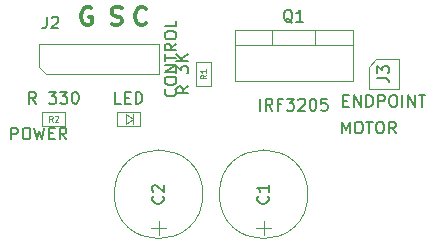
<source format=gbr>
G04 #@! TF.FileFunction,Other,Fab,Top*
%FSLAX46Y46*%
G04 Gerber Fmt 4.6, Leading zero omitted, Abs format (unit mm)*
G04 Created by KiCad (PCBNEW 4.0.7) date 12/09/17 19:49:49*
%MOMM*%
%LPD*%
G01*
G04 APERTURE LIST*
%ADD10C,0.100000*%
%ADD11C,0.300000*%
%ADD12C,0.150000*%
%ADD13C,0.075000*%
G04 APERTURE END LIST*
D10*
D11*
X146260286Y-101119714D02*
X146188857Y-101191143D01*
X145974571Y-101262571D01*
X145831714Y-101262571D01*
X145617429Y-101191143D01*
X145474571Y-101048286D01*
X145403143Y-100905429D01*
X145331714Y-100619714D01*
X145331714Y-100405429D01*
X145403143Y-100119714D01*
X145474571Y-99976857D01*
X145617429Y-99834000D01*
X145831714Y-99762571D01*
X145974571Y-99762571D01*
X146188857Y-99834000D01*
X146260286Y-99905429D01*
X141616857Y-99834000D02*
X141474000Y-99762571D01*
X141259714Y-99762571D01*
X141045429Y-99834000D01*
X140902571Y-99976857D01*
X140831143Y-100119714D01*
X140759714Y-100405429D01*
X140759714Y-100619714D01*
X140831143Y-100905429D01*
X140902571Y-101048286D01*
X141045429Y-101191143D01*
X141259714Y-101262571D01*
X141402571Y-101262571D01*
X141616857Y-101191143D01*
X141688286Y-101119714D01*
X141688286Y-100619714D01*
X141402571Y-100619714D01*
X143335429Y-101191143D02*
X143549715Y-101262571D01*
X143906858Y-101262571D01*
X144049715Y-101191143D01*
X144121144Y-101119714D01*
X144192572Y-100976857D01*
X144192572Y-100834000D01*
X144121144Y-100691143D01*
X144049715Y-100619714D01*
X143906858Y-100548286D01*
X143621144Y-100476857D01*
X143478286Y-100405429D01*
X143406858Y-100334000D01*
X143335429Y-100191143D01*
X143335429Y-100048286D01*
X143406858Y-99905429D01*
X143478286Y-99834000D01*
X143621144Y-99762571D01*
X143978286Y-99762571D01*
X144192572Y-99834000D01*
D10*
X159960000Y-115590000D02*
G75*
G03X159960000Y-115590000I-3750000J0D01*
G01*
X156210000Y-119040000D02*
X156210000Y-117840000D01*
X155560000Y-118440000D02*
X156860000Y-118440000D01*
X151070000Y-115590000D02*
G75*
G03X151070000Y-115590000I-3750000J0D01*
G01*
X147320000Y-119040000D02*
X147320000Y-117840000D01*
X146670000Y-118440000D02*
X147970000Y-118440000D01*
X145180000Y-109620000D02*
X145180000Y-108820000D01*
X145180000Y-109220000D02*
X144580000Y-109620000D01*
X144580000Y-108820000D02*
X145180000Y-109220000D01*
X144580000Y-109620000D02*
X144580000Y-108820000D01*
X145780000Y-108600000D02*
X145780000Y-109840000D01*
X143780000Y-108600000D02*
X145780000Y-108600000D01*
X143780000Y-109840000D02*
X143780000Y-108600000D01*
X145780000Y-109840000D02*
X143780000Y-109840000D01*
X137160000Y-104775000D02*
X137160000Y-102870000D01*
X137160000Y-102870000D02*
X147320000Y-102870000D01*
X147320000Y-102870000D02*
X147320000Y-105410000D01*
X147320000Y-105410000D02*
X137795000Y-105410000D01*
X137795000Y-105410000D02*
X137160000Y-104775000D01*
X165735000Y-104140000D02*
X167640000Y-104140000D01*
X167640000Y-104140000D02*
X167640000Y-106680000D01*
X167640000Y-106680000D02*
X165100000Y-106680000D01*
X165100000Y-106680000D02*
X165100000Y-104775000D01*
X165100000Y-104775000D02*
X165735000Y-104140000D01*
X153750000Y-101640000D02*
X153750000Y-106040000D01*
X153750000Y-106040000D02*
X163750000Y-106040000D01*
X163750000Y-106040000D02*
X163750000Y-101640000D01*
X163750000Y-101640000D02*
X153750000Y-101640000D01*
X153750000Y-102910000D02*
X163750000Y-102910000D01*
X156900000Y-101640000D02*
X156900000Y-102910000D01*
X160600000Y-101640000D02*
X160600000Y-102910000D01*
X150510000Y-104410000D02*
X151750000Y-104410000D01*
X150510000Y-106410000D02*
X150510000Y-104410000D01*
X151750000Y-106410000D02*
X150510000Y-106410000D01*
X151750000Y-104410000D02*
X151750000Y-106410000D01*
X139430000Y-108600000D02*
X139430000Y-109840000D01*
X137430000Y-108600000D02*
X139430000Y-108600000D01*
X137430000Y-109840000D02*
X137430000Y-108600000D01*
X139430000Y-109840000D02*
X137430000Y-109840000D01*
D12*
X156567143Y-115756666D02*
X156614762Y-115804285D01*
X156662381Y-115947142D01*
X156662381Y-116042380D01*
X156614762Y-116185238D01*
X156519524Y-116280476D01*
X156424286Y-116328095D01*
X156233810Y-116375714D01*
X156090952Y-116375714D01*
X155900476Y-116328095D01*
X155805238Y-116280476D01*
X155710000Y-116185238D01*
X155662381Y-116042380D01*
X155662381Y-115947142D01*
X155710000Y-115804285D01*
X155757619Y-115756666D01*
X156662381Y-114804285D02*
X156662381Y-115375714D01*
X156662381Y-115090000D02*
X155662381Y-115090000D01*
X155805238Y-115185238D01*
X155900476Y-115280476D01*
X155948095Y-115375714D01*
X147677143Y-115756666D02*
X147724762Y-115804285D01*
X147772381Y-115947142D01*
X147772381Y-116042380D01*
X147724762Y-116185238D01*
X147629524Y-116280476D01*
X147534286Y-116328095D01*
X147343810Y-116375714D01*
X147200952Y-116375714D01*
X147010476Y-116328095D01*
X146915238Y-116280476D01*
X146820000Y-116185238D01*
X146772381Y-116042380D01*
X146772381Y-115947142D01*
X146820000Y-115804285D01*
X146867619Y-115756666D01*
X146867619Y-115375714D02*
X146820000Y-115328095D01*
X146772381Y-115232857D01*
X146772381Y-114994761D01*
X146820000Y-114899523D01*
X146867619Y-114851904D01*
X146962857Y-114804285D01*
X147058095Y-114804285D01*
X147200952Y-114851904D01*
X147772381Y-115423333D01*
X147772381Y-114804285D01*
X144137143Y-107922381D02*
X143660952Y-107922381D01*
X143660952Y-106922381D01*
X144470476Y-107398571D02*
X144803810Y-107398571D01*
X144946667Y-107922381D02*
X144470476Y-107922381D01*
X144470476Y-106922381D01*
X144946667Y-106922381D01*
X145375238Y-107922381D02*
X145375238Y-106922381D01*
X145613333Y-106922381D01*
X145756191Y-106970000D01*
X145851429Y-107065238D01*
X145899048Y-107160476D01*
X145946667Y-107350952D01*
X145946667Y-107493810D01*
X145899048Y-107684286D01*
X145851429Y-107779524D01*
X145756191Y-107874762D01*
X145613333Y-107922381D01*
X145375238Y-107922381D01*
X134850476Y-110942381D02*
X134850476Y-109942381D01*
X135231429Y-109942381D01*
X135326667Y-109990000D01*
X135374286Y-110037619D01*
X135421905Y-110132857D01*
X135421905Y-110275714D01*
X135374286Y-110370952D01*
X135326667Y-110418571D01*
X135231429Y-110466190D01*
X134850476Y-110466190D01*
X136040952Y-109942381D02*
X136231429Y-109942381D01*
X136326667Y-109990000D01*
X136421905Y-110085238D01*
X136469524Y-110275714D01*
X136469524Y-110609048D01*
X136421905Y-110799524D01*
X136326667Y-110894762D01*
X136231429Y-110942381D01*
X136040952Y-110942381D01*
X135945714Y-110894762D01*
X135850476Y-110799524D01*
X135802857Y-110609048D01*
X135802857Y-110275714D01*
X135850476Y-110085238D01*
X135945714Y-109990000D01*
X136040952Y-109942381D01*
X136802857Y-109942381D02*
X137040952Y-110942381D01*
X137231429Y-110228095D01*
X137421905Y-110942381D01*
X137660000Y-109942381D01*
X138040952Y-110418571D02*
X138374286Y-110418571D01*
X138517143Y-110942381D02*
X138040952Y-110942381D01*
X138040952Y-109942381D01*
X138517143Y-109942381D01*
X139517143Y-110942381D02*
X139183809Y-110466190D01*
X138945714Y-110942381D02*
X138945714Y-109942381D01*
X139326667Y-109942381D01*
X139421905Y-109990000D01*
X139469524Y-110037619D01*
X139517143Y-110132857D01*
X139517143Y-110275714D01*
X139469524Y-110370952D01*
X139421905Y-110418571D01*
X139326667Y-110466190D01*
X138945714Y-110466190D01*
X148737143Y-106687619D02*
X148784762Y-106735238D01*
X148832381Y-106878095D01*
X148832381Y-106973333D01*
X148784762Y-107116191D01*
X148689524Y-107211429D01*
X148594286Y-107259048D01*
X148403810Y-107306667D01*
X148260952Y-107306667D01*
X148070476Y-107259048D01*
X147975238Y-107211429D01*
X147880000Y-107116191D01*
X147832381Y-106973333D01*
X147832381Y-106878095D01*
X147880000Y-106735238D01*
X147927619Y-106687619D01*
X147832381Y-106068572D02*
X147832381Y-105878095D01*
X147880000Y-105782857D01*
X147975238Y-105687619D01*
X148165714Y-105640000D01*
X148499048Y-105640000D01*
X148689524Y-105687619D01*
X148784762Y-105782857D01*
X148832381Y-105878095D01*
X148832381Y-106068572D01*
X148784762Y-106163810D01*
X148689524Y-106259048D01*
X148499048Y-106306667D01*
X148165714Y-106306667D01*
X147975238Y-106259048D01*
X147880000Y-106163810D01*
X147832381Y-106068572D01*
X148832381Y-105211429D02*
X147832381Y-105211429D01*
X148832381Y-104640000D01*
X147832381Y-104640000D01*
X147832381Y-104306667D02*
X147832381Y-103735238D01*
X148832381Y-104020953D02*
X147832381Y-104020953D01*
X148832381Y-102830476D02*
X148356190Y-103163810D01*
X148832381Y-103401905D02*
X147832381Y-103401905D01*
X147832381Y-103020952D01*
X147880000Y-102925714D01*
X147927619Y-102878095D01*
X148022857Y-102830476D01*
X148165714Y-102830476D01*
X148260952Y-102878095D01*
X148308571Y-102925714D01*
X148356190Y-103020952D01*
X148356190Y-103401905D01*
X147832381Y-102211429D02*
X147832381Y-102020952D01*
X147880000Y-101925714D01*
X147975238Y-101830476D01*
X148165714Y-101782857D01*
X148499048Y-101782857D01*
X148689524Y-101830476D01*
X148784762Y-101925714D01*
X148832381Y-102020952D01*
X148832381Y-102211429D01*
X148784762Y-102306667D01*
X148689524Y-102401905D01*
X148499048Y-102449524D01*
X148165714Y-102449524D01*
X147975238Y-102401905D01*
X147880000Y-102306667D01*
X147832381Y-102211429D01*
X148832381Y-100878095D02*
X148832381Y-101354286D01*
X147832381Y-101354286D01*
X137842667Y-100544381D02*
X137842667Y-101258667D01*
X137795047Y-101401524D01*
X137699809Y-101496762D01*
X137556952Y-101544381D01*
X137461714Y-101544381D01*
X138271238Y-100639619D02*
X138318857Y-100592000D01*
X138414095Y-100544381D01*
X138652191Y-100544381D01*
X138747429Y-100592000D01*
X138795048Y-100639619D01*
X138842667Y-100734857D01*
X138842667Y-100830095D01*
X138795048Y-100972952D01*
X138223619Y-101544381D01*
X138842667Y-101544381D01*
X162965238Y-107668571D02*
X163298572Y-107668571D01*
X163441429Y-108192381D02*
X162965238Y-108192381D01*
X162965238Y-107192381D01*
X163441429Y-107192381D01*
X163870000Y-108192381D02*
X163870000Y-107192381D01*
X164441429Y-108192381D01*
X164441429Y-107192381D01*
X164917619Y-108192381D02*
X164917619Y-107192381D01*
X165155714Y-107192381D01*
X165298572Y-107240000D01*
X165393810Y-107335238D01*
X165441429Y-107430476D01*
X165489048Y-107620952D01*
X165489048Y-107763810D01*
X165441429Y-107954286D01*
X165393810Y-108049524D01*
X165298572Y-108144762D01*
X165155714Y-108192381D01*
X164917619Y-108192381D01*
X165917619Y-108192381D02*
X165917619Y-107192381D01*
X166298572Y-107192381D01*
X166393810Y-107240000D01*
X166441429Y-107287619D01*
X166489048Y-107382857D01*
X166489048Y-107525714D01*
X166441429Y-107620952D01*
X166393810Y-107668571D01*
X166298572Y-107716190D01*
X165917619Y-107716190D01*
X167108095Y-107192381D02*
X167298572Y-107192381D01*
X167393810Y-107240000D01*
X167489048Y-107335238D01*
X167536667Y-107525714D01*
X167536667Y-107859048D01*
X167489048Y-108049524D01*
X167393810Y-108144762D01*
X167298572Y-108192381D01*
X167108095Y-108192381D01*
X167012857Y-108144762D01*
X166917619Y-108049524D01*
X166870000Y-107859048D01*
X166870000Y-107525714D01*
X166917619Y-107335238D01*
X167012857Y-107240000D01*
X167108095Y-107192381D01*
X167965238Y-108192381D02*
X167965238Y-107192381D01*
X168441428Y-108192381D02*
X168441428Y-107192381D01*
X169012857Y-108192381D01*
X169012857Y-107192381D01*
X169346190Y-107192381D02*
X169917619Y-107192381D01*
X169631904Y-108192381D02*
X169631904Y-107192381D01*
X165822381Y-105743333D02*
X166536667Y-105743333D01*
X166679524Y-105790953D01*
X166774762Y-105886191D01*
X166822381Y-106029048D01*
X166822381Y-106124286D01*
X165822381Y-105362381D02*
X165822381Y-104743333D01*
X166203333Y-105076667D01*
X166203333Y-104933809D01*
X166250952Y-104838571D01*
X166298571Y-104790952D01*
X166393810Y-104743333D01*
X166631905Y-104743333D01*
X166727143Y-104790952D01*
X166774762Y-104838571D01*
X166822381Y-104933809D01*
X166822381Y-105219524D01*
X166774762Y-105314762D01*
X166727143Y-105362381D01*
X162838095Y-110434381D02*
X162838095Y-109434381D01*
X163171429Y-110148667D01*
X163504762Y-109434381D01*
X163504762Y-110434381D01*
X164171428Y-109434381D02*
X164361905Y-109434381D01*
X164457143Y-109482000D01*
X164552381Y-109577238D01*
X164600000Y-109767714D01*
X164600000Y-110101048D01*
X164552381Y-110291524D01*
X164457143Y-110386762D01*
X164361905Y-110434381D01*
X164171428Y-110434381D01*
X164076190Y-110386762D01*
X163980952Y-110291524D01*
X163933333Y-110101048D01*
X163933333Y-109767714D01*
X163980952Y-109577238D01*
X164076190Y-109482000D01*
X164171428Y-109434381D01*
X164885714Y-109434381D02*
X165457143Y-109434381D01*
X165171428Y-110434381D02*
X165171428Y-109434381D01*
X165980952Y-109434381D02*
X166171429Y-109434381D01*
X166266667Y-109482000D01*
X166361905Y-109577238D01*
X166409524Y-109767714D01*
X166409524Y-110101048D01*
X166361905Y-110291524D01*
X166266667Y-110386762D01*
X166171429Y-110434381D01*
X165980952Y-110434381D01*
X165885714Y-110386762D01*
X165790476Y-110291524D01*
X165742857Y-110101048D01*
X165742857Y-109767714D01*
X165790476Y-109577238D01*
X165885714Y-109482000D01*
X165980952Y-109434381D01*
X167409524Y-110434381D02*
X167076190Y-109958190D01*
X166838095Y-110434381D02*
X166838095Y-109434381D01*
X167219048Y-109434381D01*
X167314286Y-109482000D01*
X167361905Y-109529619D01*
X167409524Y-109624857D01*
X167409524Y-109767714D01*
X167361905Y-109862952D01*
X167314286Y-109910571D01*
X167219048Y-109958190D01*
X166838095Y-109958190D01*
X155916667Y-108512381D02*
X155916667Y-107512381D01*
X156964286Y-108512381D02*
X156630952Y-108036190D01*
X156392857Y-108512381D02*
X156392857Y-107512381D01*
X156773810Y-107512381D01*
X156869048Y-107560000D01*
X156916667Y-107607619D01*
X156964286Y-107702857D01*
X156964286Y-107845714D01*
X156916667Y-107940952D01*
X156869048Y-107988571D01*
X156773810Y-108036190D01*
X156392857Y-108036190D01*
X157726191Y-107988571D02*
X157392857Y-107988571D01*
X157392857Y-108512381D02*
X157392857Y-107512381D01*
X157869048Y-107512381D01*
X158154762Y-107512381D02*
X158773810Y-107512381D01*
X158440476Y-107893333D01*
X158583334Y-107893333D01*
X158678572Y-107940952D01*
X158726191Y-107988571D01*
X158773810Y-108083810D01*
X158773810Y-108321905D01*
X158726191Y-108417143D01*
X158678572Y-108464762D01*
X158583334Y-108512381D01*
X158297619Y-108512381D01*
X158202381Y-108464762D01*
X158154762Y-108417143D01*
X159154762Y-107607619D02*
X159202381Y-107560000D01*
X159297619Y-107512381D01*
X159535715Y-107512381D01*
X159630953Y-107560000D01*
X159678572Y-107607619D01*
X159726191Y-107702857D01*
X159726191Y-107798095D01*
X159678572Y-107940952D01*
X159107143Y-108512381D01*
X159726191Y-108512381D01*
X160345238Y-107512381D02*
X160440477Y-107512381D01*
X160535715Y-107560000D01*
X160583334Y-107607619D01*
X160630953Y-107702857D01*
X160678572Y-107893333D01*
X160678572Y-108131429D01*
X160630953Y-108321905D01*
X160583334Y-108417143D01*
X160535715Y-108464762D01*
X160440477Y-108512381D01*
X160345238Y-108512381D01*
X160250000Y-108464762D01*
X160202381Y-108417143D01*
X160154762Y-108321905D01*
X160107143Y-108131429D01*
X160107143Y-107893333D01*
X160154762Y-107702857D01*
X160202381Y-107607619D01*
X160250000Y-107560000D01*
X160345238Y-107512381D01*
X161583334Y-107512381D02*
X161107143Y-107512381D01*
X161059524Y-107988571D01*
X161107143Y-107940952D01*
X161202381Y-107893333D01*
X161440477Y-107893333D01*
X161535715Y-107940952D01*
X161583334Y-107988571D01*
X161630953Y-108083810D01*
X161630953Y-108321905D01*
X161583334Y-108417143D01*
X161535715Y-108464762D01*
X161440477Y-108512381D01*
X161202381Y-108512381D01*
X161107143Y-108464762D01*
X161059524Y-108417143D01*
X158654762Y-101067619D02*
X158559524Y-101020000D01*
X158464286Y-100924762D01*
X158321429Y-100781905D01*
X158226190Y-100734286D01*
X158130952Y-100734286D01*
X158178571Y-100972381D02*
X158083333Y-100924762D01*
X157988095Y-100829524D01*
X157940476Y-100639048D01*
X157940476Y-100305714D01*
X157988095Y-100115238D01*
X158083333Y-100020000D01*
X158178571Y-99972381D01*
X158369048Y-99972381D01*
X158464286Y-100020000D01*
X158559524Y-100115238D01*
X158607143Y-100305714D01*
X158607143Y-100639048D01*
X158559524Y-100829524D01*
X158464286Y-100924762D01*
X158369048Y-100972381D01*
X158178571Y-100972381D01*
X159559524Y-100972381D02*
X158988095Y-100972381D01*
X159273809Y-100972381D02*
X159273809Y-99972381D01*
X159178571Y-100115238D01*
X159083333Y-100210476D01*
X158988095Y-100258095D01*
X149832381Y-106457619D02*
X149356190Y-106790953D01*
X149832381Y-107029048D02*
X148832381Y-107029048D01*
X148832381Y-106648095D01*
X148880000Y-106552857D01*
X148927619Y-106505238D01*
X149022857Y-106457619D01*
X149165714Y-106457619D01*
X149260952Y-106505238D01*
X149308571Y-106552857D01*
X149356190Y-106648095D01*
X149356190Y-107029048D01*
X148832381Y-105362381D02*
X148832381Y-104743333D01*
X149213333Y-105076667D01*
X149213333Y-104933809D01*
X149260952Y-104838571D01*
X149308571Y-104790952D01*
X149403810Y-104743333D01*
X149641905Y-104743333D01*
X149737143Y-104790952D01*
X149784762Y-104838571D01*
X149832381Y-104933809D01*
X149832381Y-105219524D01*
X149784762Y-105314762D01*
X149737143Y-105362381D01*
X149832381Y-104314762D02*
X148832381Y-104314762D01*
X149832381Y-103743333D02*
X149260952Y-104171905D01*
X148832381Y-103743333D02*
X149403810Y-104314762D01*
D13*
X151356190Y-105493333D02*
X151118095Y-105660000D01*
X151356190Y-105779047D02*
X150856190Y-105779047D01*
X150856190Y-105588571D01*
X150880000Y-105540952D01*
X150903810Y-105517143D01*
X150951429Y-105493333D01*
X151022857Y-105493333D01*
X151070476Y-105517143D01*
X151094286Y-105540952D01*
X151118095Y-105588571D01*
X151118095Y-105779047D01*
X151356190Y-105017143D02*
X151356190Y-105302857D01*
X151356190Y-105160000D02*
X150856190Y-105160000D01*
X150927619Y-105207619D01*
X150975238Y-105255238D01*
X150999048Y-105302857D01*
D12*
X136930000Y-107922381D02*
X136596666Y-107446190D01*
X136358571Y-107922381D02*
X136358571Y-106922381D01*
X136739524Y-106922381D01*
X136834762Y-106970000D01*
X136882381Y-107017619D01*
X136930000Y-107112857D01*
X136930000Y-107255714D01*
X136882381Y-107350952D01*
X136834762Y-107398571D01*
X136739524Y-107446190D01*
X136358571Y-107446190D01*
X138025238Y-106922381D02*
X138644286Y-106922381D01*
X138310952Y-107303333D01*
X138453810Y-107303333D01*
X138549048Y-107350952D01*
X138596667Y-107398571D01*
X138644286Y-107493810D01*
X138644286Y-107731905D01*
X138596667Y-107827143D01*
X138549048Y-107874762D01*
X138453810Y-107922381D01*
X138168095Y-107922381D01*
X138072857Y-107874762D01*
X138025238Y-107827143D01*
X138977619Y-106922381D02*
X139596667Y-106922381D01*
X139263333Y-107303333D01*
X139406191Y-107303333D01*
X139501429Y-107350952D01*
X139549048Y-107398571D01*
X139596667Y-107493810D01*
X139596667Y-107731905D01*
X139549048Y-107827143D01*
X139501429Y-107874762D01*
X139406191Y-107922381D01*
X139120476Y-107922381D01*
X139025238Y-107874762D01*
X138977619Y-107827143D01*
X140215714Y-106922381D02*
X140310953Y-106922381D01*
X140406191Y-106970000D01*
X140453810Y-107017619D01*
X140501429Y-107112857D01*
X140549048Y-107303333D01*
X140549048Y-107541429D01*
X140501429Y-107731905D01*
X140453810Y-107827143D01*
X140406191Y-107874762D01*
X140310953Y-107922381D01*
X140215714Y-107922381D01*
X140120476Y-107874762D01*
X140072857Y-107827143D01*
X140025238Y-107731905D01*
X139977619Y-107541429D01*
X139977619Y-107303333D01*
X140025238Y-107112857D01*
X140072857Y-107017619D01*
X140120476Y-106970000D01*
X140215714Y-106922381D01*
D13*
X138346667Y-109446190D02*
X138180000Y-109208095D01*
X138060953Y-109446190D02*
X138060953Y-108946190D01*
X138251429Y-108946190D01*
X138299048Y-108970000D01*
X138322857Y-108993810D01*
X138346667Y-109041429D01*
X138346667Y-109112857D01*
X138322857Y-109160476D01*
X138299048Y-109184286D01*
X138251429Y-109208095D01*
X138060953Y-109208095D01*
X138537143Y-108993810D02*
X138560953Y-108970000D01*
X138608572Y-108946190D01*
X138727619Y-108946190D01*
X138775238Y-108970000D01*
X138799048Y-108993810D01*
X138822857Y-109041429D01*
X138822857Y-109089048D01*
X138799048Y-109160476D01*
X138513334Y-109446190D01*
X138822857Y-109446190D01*
M02*

</source>
